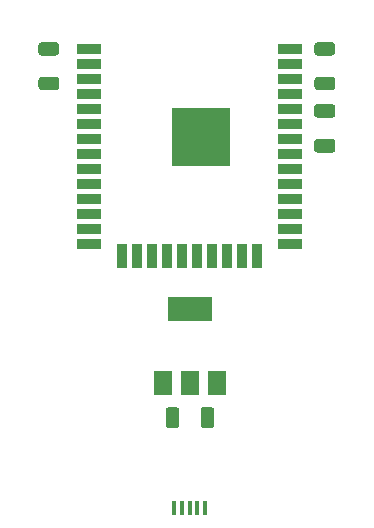
<source format=gbr>
%TF.GenerationSoftware,KiCad,Pcbnew,(5.1.12-1-10_14)*%
%TF.CreationDate,2022-01-26T17:57:44+01:00*%
%TF.ProjectId,tiny-led-esp32,74696e79-2d6c-4656-942d-65737033322e,rev?*%
%TF.SameCoordinates,Original*%
%TF.FileFunction,Paste,Bot*%
%TF.FilePolarity,Positive*%
%FSLAX46Y46*%
G04 Gerber Fmt 4.6, Leading zero omitted, Abs format (unit mm)*
G04 Created by KiCad (PCBNEW (5.1.12-1-10_14)) date 2022-01-26 17:57:44*
%MOMM*%
%LPD*%
G01*
G04 APERTURE LIST*
%ADD10R,2.000000X0.900000*%
%ADD11R,0.900000X2.000000*%
%ADD12R,5.000000X5.000000*%
%ADD13R,1.500000X2.000000*%
%ADD14R,3.800000X2.000000*%
%ADD15R,0.450000X1.300000*%
G04 APERTURE END LIST*
D10*
%TO.C,U2*%
X144500000Y-84518500D03*
X144500000Y-85788500D03*
X144500000Y-87058500D03*
X144500000Y-88328500D03*
X144500000Y-89598500D03*
X144500000Y-90868500D03*
X144500000Y-92138500D03*
X144500000Y-93408500D03*
X144500000Y-94678500D03*
X144500000Y-95948500D03*
X144500000Y-97218500D03*
X144500000Y-98488500D03*
X144500000Y-99758500D03*
X144500000Y-101028500D03*
D11*
X147285000Y-102028500D03*
X148555000Y-102028500D03*
X149825000Y-102028500D03*
X151095000Y-102028500D03*
X152365000Y-102028500D03*
X153635000Y-102028500D03*
X154905000Y-102028500D03*
X156175000Y-102028500D03*
X157445000Y-102028500D03*
X158715000Y-102028500D03*
D10*
X161500000Y-101028500D03*
X161500000Y-99758500D03*
X161500000Y-98488500D03*
X161500000Y-97218500D03*
X161500000Y-95948500D03*
X161500000Y-94678500D03*
X161500000Y-93408500D03*
X161500000Y-92138500D03*
X161500000Y-90868500D03*
X161500000Y-89598500D03*
X161500000Y-88328500D03*
X161500000Y-87058500D03*
X161500000Y-85788500D03*
X161500000Y-84518500D03*
D12*
X154000000Y-92018500D03*
%TD*%
%TO.C,R3*%
G36*
G01*
X165090001Y-85100000D02*
X163839999Y-85100000D01*
G75*
G02*
X163590000Y-84850001I0J249999D01*
G01*
X163590000Y-84224999D01*
G75*
G02*
X163839999Y-83975000I249999J0D01*
G01*
X165090001Y-83975000D01*
G75*
G02*
X165340000Y-84224999I0J-249999D01*
G01*
X165340000Y-84850001D01*
G75*
G02*
X165090001Y-85100000I-249999J0D01*
G01*
G37*
G36*
G01*
X165090001Y-88025000D02*
X163839999Y-88025000D01*
G75*
G02*
X163590000Y-87775001I0J249999D01*
G01*
X163590000Y-87149999D01*
G75*
G02*
X163839999Y-86900000I249999J0D01*
G01*
X165090001Y-86900000D01*
G75*
G02*
X165340000Y-87149999I0J-249999D01*
G01*
X165340000Y-87775001D01*
G75*
G02*
X165090001Y-88025000I-249999J0D01*
G01*
G37*
%TD*%
%TO.C,R2*%
G36*
G01*
X140471999Y-86900000D02*
X141722001Y-86900000D01*
G75*
G02*
X141972000Y-87149999I0J-249999D01*
G01*
X141972000Y-87775001D01*
G75*
G02*
X141722001Y-88025000I-249999J0D01*
G01*
X140471999Y-88025000D01*
G75*
G02*
X140222000Y-87775001I0J249999D01*
G01*
X140222000Y-87149999D01*
G75*
G02*
X140471999Y-86900000I249999J0D01*
G01*
G37*
G36*
G01*
X140471999Y-83975000D02*
X141722001Y-83975000D01*
G75*
G02*
X141972000Y-84224999I0J-249999D01*
G01*
X141972000Y-84850001D01*
G75*
G02*
X141722001Y-85100000I-249999J0D01*
G01*
X140471999Y-85100000D01*
G75*
G02*
X140222000Y-84850001I0J249999D01*
G01*
X140222000Y-84224999D01*
G75*
G02*
X140471999Y-83975000I249999J0D01*
G01*
G37*
%TD*%
%TO.C,C14*%
G36*
G01*
X153949500Y-116410501D02*
X153949500Y-115110499D01*
G75*
G02*
X154199499Y-114860500I249999J0D01*
G01*
X154849501Y-114860500D01*
G75*
G02*
X155099500Y-115110499I0J-249999D01*
G01*
X155099500Y-116410501D01*
G75*
G02*
X154849501Y-116660500I-249999J0D01*
G01*
X154199499Y-116660500D01*
G75*
G02*
X153949500Y-116410501I0J249999D01*
G01*
G37*
G36*
G01*
X150999500Y-116410501D02*
X150999500Y-115110499D01*
G75*
G02*
X151249499Y-114860500I249999J0D01*
G01*
X151899501Y-114860500D01*
G75*
G02*
X152149500Y-115110499I0J-249999D01*
G01*
X152149500Y-116410501D01*
G75*
G02*
X151899501Y-116660500I-249999J0D01*
G01*
X151249499Y-116660500D01*
G75*
G02*
X150999500Y-116410501I0J249999D01*
G01*
G37*
%TD*%
%TO.C,C1*%
G36*
G01*
X163814999Y-92164000D02*
X165115001Y-92164000D01*
G75*
G02*
X165365000Y-92413999I0J-249999D01*
G01*
X165365000Y-93064001D01*
G75*
G02*
X165115001Y-93314000I-249999J0D01*
G01*
X163814999Y-93314000D01*
G75*
G02*
X163565000Y-93064001I0J249999D01*
G01*
X163565000Y-92413999D01*
G75*
G02*
X163814999Y-92164000I249999J0D01*
G01*
G37*
G36*
G01*
X163814999Y-89214000D02*
X165115001Y-89214000D01*
G75*
G02*
X165365000Y-89463999I0J-249999D01*
G01*
X165365000Y-90114001D01*
G75*
G02*
X165115001Y-90364000I-249999J0D01*
G01*
X163814999Y-90364000D01*
G75*
G02*
X163565000Y-90114001I0J249999D01*
G01*
X163565000Y-89463999D01*
G75*
G02*
X163814999Y-89214000I249999J0D01*
G01*
G37*
%TD*%
D13*
%TO.C,U1*%
X155335000Y-112853000D03*
X150735000Y-112853000D03*
X153035000Y-112853000D03*
D14*
X153035000Y-106553000D03*
%TD*%
D15*
%TO.C,J1*%
X151735000Y-123385500D03*
X152385000Y-123385500D03*
X153035000Y-123385500D03*
X153685000Y-123385500D03*
X154335000Y-123385500D03*
%TD*%
M02*

</source>
